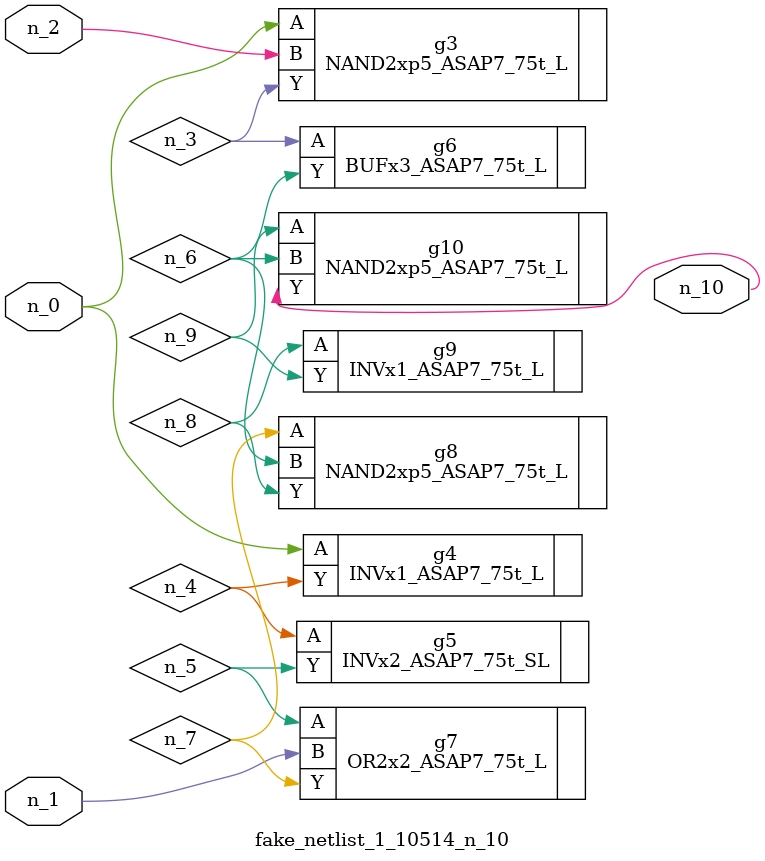
<source format=v>
module fake_netlist_1_10514_n_10 (n_1, n_2, n_0, n_10);
input n_1;
input n_2;
input n_0;
output n_10;
wire n_6;
wire n_4;
wire n_3;
wire n_9;
wire n_5;
wire n_7;
wire n_8;
NAND2xp5_ASAP7_75t_L g3 ( .A(n_0), .B(n_2), .Y(n_3) );
INVx1_ASAP7_75t_L g4 ( .A(n_0), .Y(n_4) );
INVx2_ASAP7_75t_SL g5 ( .A(n_4), .Y(n_5) );
BUFx3_ASAP7_75t_L g6 ( .A(n_3), .Y(n_6) );
OR2x2_ASAP7_75t_L g7 ( .A(n_5), .B(n_1), .Y(n_7) );
NAND2xp5_ASAP7_75t_L g8 ( .A(n_7), .B(n_6), .Y(n_8) );
INVx1_ASAP7_75t_L g9 ( .A(n_8), .Y(n_9) );
NAND2xp5_ASAP7_75t_L g10 ( .A(n_9), .B(n_6), .Y(n_10) );
endmodule
</source>
